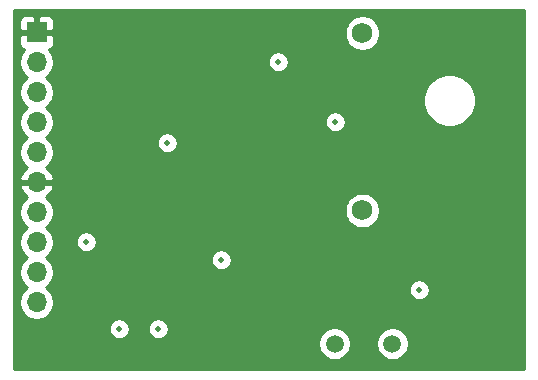
<source format=gbr>
G04 #@! TF.GenerationSoftware,KiCad,Pcbnew,(5.1.7)-1*
G04 #@! TF.CreationDate,2020-12-17T15:43:41-06:00*
G04 #@! TF.ProjectId,analog_pcb,616e616c-6f67-45f7-9063-622e6b696361,2.0*
G04 #@! TF.SameCoordinates,Original*
G04 #@! TF.FileFunction,Copper,L2,Inr*
G04 #@! TF.FilePolarity,Positive*
%FSLAX46Y46*%
G04 Gerber Fmt 4.6, Leading zero omitted, Abs format (unit mm)*
G04 Created by KiCad (PCBNEW (5.1.7)-1) date 2020-12-17 15:43:41*
%MOMM*%
%LPD*%
G01*
G04 APERTURE LIST*
G04 #@! TA.AperFunction,ComponentPad*
%ADD10O,1.700000X1.700000*%
G04 #@! TD*
G04 #@! TA.AperFunction,ComponentPad*
%ADD11R,1.700000X1.700000*%
G04 #@! TD*
G04 #@! TA.AperFunction,ComponentPad*
%ADD12C,1.750000*%
G04 #@! TD*
G04 #@! TA.AperFunction,ComponentPad*
%ADD13C,1.500000*%
G04 #@! TD*
G04 #@! TA.AperFunction,ViaPad*
%ADD14C,0.508000*%
G04 #@! TD*
G04 #@! TA.AperFunction,Conductor*
%ADD15C,0.254000*%
G04 #@! TD*
G04 #@! TA.AperFunction,Conductor*
%ADD16C,0.100000*%
G04 #@! TD*
G04 APERTURE END LIST*
D10*
X116940000Y-89700000D03*
X116940000Y-87160000D03*
X116940000Y-84620000D03*
X116940000Y-82080000D03*
X116940000Y-79540000D03*
X116940000Y-77000000D03*
X116940000Y-74460000D03*
X116940000Y-71920000D03*
X116940000Y-69380000D03*
D11*
X116940000Y-66840000D03*
D12*
X144526000Y-81922000D03*
X144526000Y-66922000D03*
D13*
X147066000Y-93218000D03*
X142186000Y-93218000D03*
D14*
X120904000Y-86360000D03*
X120650000Y-88900000D03*
X130302000Y-89154000D03*
X131572000Y-73660000D03*
X124968000Y-68834000D03*
X120904000Y-73406000D03*
X125984000Y-76200000D03*
X150876000Y-88646000D03*
X139700000Y-69342000D03*
X152908000Y-93980000D03*
X136398000Y-93980000D03*
X144018000Y-89154000D03*
X137414000Y-69342000D03*
X127254000Y-91948000D03*
X149352000Y-88646000D03*
X128016000Y-76200000D03*
X132588000Y-86106000D03*
X123952000Y-91948000D03*
X142240000Y-74422000D03*
X121158000Y-84582000D03*
D15*
X158190000Y-95390000D02*
X115060000Y-95390000D01*
X115060000Y-93081589D01*
X140801000Y-93081589D01*
X140801000Y-93354411D01*
X140854225Y-93621989D01*
X140958629Y-93874043D01*
X141110201Y-94100886D01*
X141303114Y-94293799D01*
X141529957Y-94445371D01*
X141782011Y-94549775D01*
X142049589Y-94603000D01*
X142322411Y-94603000D01*
X142589989Y-94549775D01*
X142842043Y-94445371D01*
X143068886Y-94293799D01*
X143261799Y-94100886D01*
X143413371Y-93874043D01*
X143517775Y-93621989D01*
X143571000Y-93354411D01*
X143571000Y-93081589D01*
X145681000Y-93081589D01*
X145681000Y-93354411D01*
X145734225Y-93621989D01*
X145838629Y-93874043D01*
X145990201Y-94100886D01*
X146183114Y-94293799D01*
X146409957Y-94445371D01*
X146662011Y-94549775D01*
X146929589Y-94603000D01*
X147202411Y-94603000D01*
X147469989Y-94549775D01*
X147722043Y-94445371D01*
X147948886Y-94293799D01*
X148141799Y-94100886D01*
X148293371Y-93874043D01*
X148397775Y-93621989D01*
X148451000Y-93354411D01*
X148451000Y-93081589D01*
X148397775Y-92814011D01*
X148293371Y-92561957D01*
X148141799Y-92335114D01*
X147948886Y-92142201D01*
X147722043Y-91990629D01*
X147469989Y-91886225D01*
X147202411Y-91833000D01*
X146929589Y-91833000D01*
X146662011Y-91886225D01*
X146409957Y-91990629D01*
X146183114Y-92142201D01*
X145990201Y-92335114D01*
X145838629Y-92561957D01*
X145734225Y-92814011D01*
X145681000Y-93081589D01*
X143571000Y-93081589D01*
X143517775Y-92814011D01*
X143413371Y-92561957D01*
X143261799Y-92335114D01*
X143068886Y-92142201D01*
X142842043Y-91990629D01*
X142589989Y-91886225D01*
X142322411Y-91833000D01*
X142049589Y-91833000D01*
X141782011Y-91886225D01*
X141529957Y-91990629D01*
X141303114Y-92142201D01*
X141110201Y-92335114D01*
X140958629Y-92561957D01*
X140854225Y-92814011D01*
X140801000Y-93081589D01*
X115060000Y-93081589D01*
X115060000Y-91860441D01*
X123063000Y-91860441D01*
X123063000Y-92035559D01*
X123097164Y-92207312D01*
X123164179Y-92369099D01*
X123261469Y-92514704D01*
X123385296Y-92638531D01*
X123530901Y-92735821D01*
X123692688Y-92802836D01*
X123864441Y-92837000D01*
X124039559Y-92837000D01*
X124211312Y-92802836D01*
X124373099Y-92735821D01*
X124518704Y-92638531D01*
X124642531Y-92514704D01*
X124739821Y-92369099D01*
X124806836Y-92207312D01*
X124841000Y-92035559D01*
X124841000Y-91860441D01*
X126365000Y-91860441D01*
X126365000Y-92035559D01*
X126399164Y-92207312D01*
X126466179Y-92369099D01*
X126563469Y-92514704D01*
X126687296Y-92638531D01*
X126832901Y-92735821D01*
X126994688Y-92802836D01*
X127166441Y-92837000D01*
X127341559Y-92837000D01*
X127513312Y-92802836D01*
X127675099Y-92735821D01*
X127820704Y-92638531D01*
X127944531Y-92514704D01*
X128041821Y-92369099D01*
X128108836Y-92207312D01*
X128143000Y-92035559D01*
X128143000Y-91860441D01*
X128108836Y-91688688D01*
X128041821Y-91526901D01*
X127944531Y-91381296D01*
X127820704Y-91257469D01*
X127675099Y-91160179D01*
X127513312Y-91093164D01*
X127341559Y-91059000D01*
X127166441Y-91059000D01*
X126994688Y-91093164D01*
X126832901Y-91160179D01*
X126687296Y-91257469D01*
X126563469Y-91381296D01*
X126466179Y-91526901D01*
X126399164Y-91688688D01*
X126365000Y-91860441D01*
X124841000Y-91860441D01*
X124806836Y-91688688D01*
X124739821Y-91526901D01*
X124642531Y-91381296D01*
X124518704Y-91257469D01*
X124373099Y-91160179D01*
X124211312Y-91093164D01*
X124039559Y-91059000D01*
X123864441Y-91059000D01*
X123692688Y-91093164D01*
X123530901Y-91160179D01*
X123385296Y-91257469D01*
X123261469Y-91381296D01*
X123164179Y-91526901D01*
X123097164Y-91688688D01*
X123063000Y-91860441D01*
X115060000Y-91860441D01*
X115060000Y-81933740D01*
X115455000Y-81933740D01*
X115455000Y-82226260D01*
X115512068Y-82513158D01*
X115624010Y-82783411D01*
X115786525Y-83026632D01*
X115993368Y-83233475D01*
X116167760Y-83350000D01*
X115993368Y-83466525D01*
X115786525Y-83673368D01*
X115624010Y-83916589D01*
X115512068Y-84186842D01*
X115455000Y-84473740D01*
X115455000Y-84766260D01*
X115512068Y-85053158D01*
X115624010Y-85323411D01*
X115786525Y-85566632D01*
X115993368Y-85773475D01*
X116167760Y-85890000D01*
X115993368Y-86006525D01*
X115786525Y-86213368D01*
X115624010Y-86456589D01*
X115512068Y-86726842D01*
X115455000Y-87013740D01*
X115455000Y-87306260D01*
X115512068Y-87593158D01*
X115624010Y-87863411D01*
X115786525Y-88106632D01*
X115993368Y-88313475D01*
X116167760Y-88430000D01*
X115993368Y-88546525D01*
X115786525Y-88753368D01*
X115624010Y-88996589D01*
X115512068Y-89266842D01*
X115455000Y-89553740D01*
X115455000Y-89846260D01*
X115512068Y-90133158D01*
X115624010Y-90403411D01*
X115786525Y-90646632D01*
X115993368Y-90853475D01*
X116236589Y-91015990D01*
X116506842Y-91127932D01*
X116793740Y-91185000D01*
X117086260Y-91185000D01*
X117373158Y-91127932D01*
X117643411Y-91015990D01*
X117886632Y-90853475D01*
X118093475Y-90646632D01*
X118255990Y-90403411D01*
X118367932Y-90133158D01*
X118425000Y-89846260D01*
X118425000Y-89553740D01*
X118367932Y-89266842D01*
X118255990Y-88996589D01*
X118093475Y-88753368D01*
X117898548Y-88558441D01*
X148463000Y-88558441D01*
X148463000Y-88733559D01*
X148497164Y-88905312D01*
X148564179Y-89067099D01*
X148661469Y-89212704D01*
X148785296Y-89336531D01*
X148930901Y-89433821D01*
X149092688Y-89500836D01*
X149264441Y-89535000D01*
X149439559Y-89535000D01*
X149611312Y-89500836D01*
X149773099Y-89433821D01*
X149918704Y-89336531D01*
X150042531Y-89212704D01*
X150139821Y-89067099D01*
X150206836Y-88905312D01*
X150241000Y-88733559D01*
X150241000Y-88558441D01*
X150206836Y-88386688D01*
X150139821Y-88224901D01*
X150042531Y-88079296D01*
X149918704Y-87955469D01*
X149773099Y-87858179D01*
X149611312Y-87791164D01*
X149439559Y-87757000D01*
X149264441Y-87757000D01*
X149092688Y-87791164D01*
X148930901Y-87858179D01*
X148785296Y-87955469D01*
X148661469Y-88079296D01*
X148564179Y-88224901D01*
X148497164Y-88386688D01*
X148463000Y-88558441D01*
X117898548Y-88558441D01*
X117886632Y-88546525D01*
X117712240Y-88430000D01*
X117886632Y-88313475D01*
X118093475Y-88106632D01*
X118255990Y-87863411D01*
X118367932Y-87593158D01*
X118425000Y-87306260D01*
X118425000Y-87013740D01*
X118367932Y-86726842D01*
X118255990Y-86456589D01*
X118093475Y-86213368D01*
X117898548Y-86018441D01*
X131699000Y-86018441D01*
X131699000Y-86193559D01*
X131733164Y-86365312D01*
X131800179Y-86527099D01*
X131897469Y-86672704D01*
X132021296Y-86796531D01*
X132166901Y-86893821D01*
X132328688Y-86960836D01*
X132500441Y-86995000D01*
X132675559Y-86995000D01*
X132847312Y-86960836D01*
X133009099Y-86893821D01*
X133154704Y-86796531D01*
X133278531Y-86672704D01*
X133375821Y-86527099D01*
X133442836Y-86365312D01*
X133477000Y-86193559D01*
X133477000Y-86018441D01*
X133442836Y-85846688D01*
X133375821Y-85684901D01*
X133278531Y-85539296D01*
X133154704Y-85415469D01*
X133009099Y-85318179D01*
X132847312Y-85251164D01*
X132675559Y-85217000D01*
X132500441Y-85217000D01*
X132328688Y-85251164D01*
X132166901Y-85318179D01*
X132021296Y-85415469D01*
X131897469Y-85539296D01*
X131800179Y-85684901D01*
X131733164Y-85846688D01*
X131699000Y-86018441D01*
X117898548Y-86018441D01*
X117886632Y-86006525D01*
X117712240Y-85890000D01*
X117886632Y-85773475D01*
X118093475Y-85566632D01*
X118255990Y-85323411D01*
X118367932Y-85053158D01*
X118425000Y-84766260D01*
X118425000Y-84494441D01*
X120269000Y-84494441D01*
X120269000Y-84669559D01*
X120303164Y-84841312D01*
X120370179Y-85003099D01*
X120467469Y-85148704D01*
X120591296Y-85272531D01*
X120736901Y-85369821D01*
X120898688Y-85436836D01*
X121070441Y-85471000D01*
X121245559Y-85471000D01*
X121417312Y-85436836D01*
X121579099Y-85369821D01*
X121724704Y-85272531D01*
X121848531Y-85148704D01*
X121945821Y-85003099D01*
X122012836Y-84841312D01*
X122047000Y-84669559D01*
X122047000Y-84494441D01*
X122012836Y-84322688D01*
X121945821Y-84160901D01*
X121848531Y-84015296D01*
X121724704Y-83891469D01*
X121579099Y-83794179D01*
X121417312Y-83727164D01*
X121245559Y-83693000D01*
X121070441Y-83693000D01*
X120898688Y-83727164D01*
X120736901Y-83794179D01*
X120591296Y-83891469D01*
X120467469Y-84015296D01*
X120370179Y-84160901D01*
X120303164Y-84322688D01*
X120269000Y-84494441D01*
X118425000Y-84494441D01*
X118425000Y-84473740D01*
X118367932Y-84186842D01*
X118255990Y-83916589D01*
X118093475Y-83673368D01*
X117886632Y-83466525D01*
X117712240Y-83350000D01*
X117886632Y-83233475D01*
X118093475Y-83026632D01*
X118255990Y-82783411D01*
X118367932Y-82513158D01*
X118425000Y-82226260D01*
X118425000Y-81933740D01*
X118393082Y-81773278D01*
X143016000Y-81773278D01*
X143016000Y-82070722D01*
X143074029Y-82362451D01*
X143187856Y-82637253D01*
X143353107Y-82884569D01*
X143563431Y-83094893D01*
X143810747Y-83260144D01*
X144085549Y-83373971D01*
X144377278Y-83432000D01*
X144674722Y-83432000D01*
X144966451Y-83373971D01*
X145241253Y-83260144D01*
X145488569Y-83094893D01*
X145698893Y-82884569D01*
X145864144Y-82637253D01*
X145977971Y-82362451D01*
X146036000Y-82070722D01*
X146036000Y-81773278D01*
X145977971Y-81481549D01*
X145864144Y-81206747D01*
X145698893Y-80959431D01*
X145488569Y-80749107D01*
X145241253Y-80583856D01*
X144966451Y-80470029D01*
X144674722Y-80412000D01*
X144377278Y-80412000D01*
X144085549Y-80470029D01*
X143810747Y-80583856D01*
X143563431Y-80749107D01*
X143353107Y-80959431D01*
X143187856Y-81206747D01*
X143074029Y-81481549D01*
X143016000Y-81773278D01*
X118393082Y-81773278D01*
X118367932Y-81646842D01*
X118255990Y-81376589D01*
X118093475Y-81133368D01*
X117886632Y-80926525D01*
X117704466Y-80804805D01*
X117821355Y-80735178D01*
X118037588Y-80540269D01*
X118211641Y-80306920D01*
X118336825Y-80044099D01*
X118381476Y-79896890D01*
X118260155Y-79667000D01*
X117067000Y-79667000D01*
X117067000Y-79687000D01*
X116813000Y-79687000D01*
X116813000Y-79667000D01*
X115619845Y-79667000D01*
X115498524Y-79896890D01*
X115543175Y-80044099D01*
X115668359Y-80306920D01*
X115842412Y-80540269D01*
X116058645Y-80735178D01*
X116175534Y-80804805D01*
X115993368Y-80926525D01*
X115786525Y-81133368D01*
X115624010Y-81376589D01*
X115512068Y-81646842D01*
X115455000Y-81933740D01*
X115060000Y-81933740D01*
X115060000Y-67690000D01*
X115451928Y-67690000D01*
X115464188Y-67814482D01*
X115500498Y-67934180D01*
X115559463Y-68044494D01*
X115638815Y-68141185D01*
X115735506Y-68220537D01*
X115845820Y-68279502D01*
X115918380Y-68301513D01*
X115786525Y-68433368D01*
X115624010Y-68676589D01*
X115512068Y-68946842D01*
X115455000Y-69233740D01*
X115455000Y-69526260D01*
X115512068Y-69813158D01*
X115624010Y-70083411D01*
X115786525Y-70326632D01*
X115993368Y-70533475D01*
X116167760Y-70650000D01*
X115993368Y-70766525D01*
X115786525Y-70973368D01*
X115624010Y-71216589D01*
X115512068Y-71486842D01*
X115455000Y-71773740D01*
X115455000Y-72066260D01*
X115512068Y-72353158D01*
X115624010Y-72623411D01*
X115786525Y-72866632D01*
X115993368Y-73073475D01*
X116167760Y-73190000D01*
X115993368Y-73306525D01*
X115786525Y-73513368D01*
X115624010Y-73756589D01*
X115512068Y-74026842D01*
X115455000Y-74313740D01*
X115455000Y-74606260D01*
X115512068Y-74893158D01*
X115624010Y-75163411D01*
X115786525Y-75406632D01*
X115993368Y-75613475D01*
X116167760Y-75730000D01*
X115993368Y-75846525D01*
X115786525Y-76053368D01*
X115624010Y-76296589D01*
X115512068Y-76566842D01*
X115455000Y-76853740D01*
X115455000Y-77146260D01*
X115512068Y-77433158D01*
X115624010Y-77703411D01*
X115786525Y-77946632D01*
X115993368Y-78153475D01*
X116175534Y-78275195D01*
X116058645Y-78344822D01*
X115842412Y-78539731D01*
X115668359Y-78773080D01*
X115543175Y-79035901D01*
X115498524Y-79183110D01*
X115619845Y-79413000D01*
X116813000Y-79413000D01*
X116813000Y-79393000D01*
X117067000Y-79393000D01*
X117067000Y-79413000D01*
X118260155Y-79413000D01*
X118381476Y-79183110D01*
X118336825Y-79035901D01*
X118211641Y-78773080D01*
X118037588Y-78539731D01*
X117821355Y-78344822D01*
X117704466Y-78275195D01*
X117886632Y-78153475D01*
X118093475Y-77946632D01*
X118255990Y-77703411D01*
X118367932Y-77433158D01*
X118425000Y-77146260D01*
X118425000Y-76853740D01*
X118367932Y-76566842D01*
X118255990Y-76296589D01*
X118132947Y-76112441D01*
X127127000Y-76112441D01*
X127127000Y-76287559D01*
X127161164Y-76459312D01*
X127228179Y-76621099D01*
X127325469Y-76766704D01*
X127449296Y-76890531D01*
X127594901Y-76987821D01*
X127756688Y-77054836D01*
X127928441Y-77089000D01*
X128103559Y-77089000D01*
X128275312Y-77054836D01*
X128437099Y-76987821D01*
X128582704Y-76890531D01*
X128706531Y-76766704D01*
X128803821Y-76621099D01*
X128870836Y-76459312D01*
X128905000Y-76287559D01*
X128905000Y-76112441D01*
X128870836Y-75940688D01*
X128803821Y-75778901D01*
X128706531Y-75633296D01*
X128582704Y-75509469D01*
X128437099Y-75412179D01*
X128275312Y-75345164D01*
X128103559Y-75311000D01*
X127928441Y-75311000D01*
X127756688Y-75345164D01*
X127594901Y-75412179D01*
X127449296Y-75509469D01*
X127325469Y-75633296D01*
X127228179Y-75778901D01*
X127161164Y-75940688D01*
X127127000Y-76112441D01*
X118132947Y-76112441D01*
X118093475Y-76053368D01*
X117886632Y-75846525D01*
X117712240Y-75730000D01*
X117886632Y-75613475D01*
X118093475Y-75406632D01*
X118255990Y-75163411D01*
X118367932Y-74893158D01*
X118425000Y-74606260D01*
X118425000Y-74334441D01*
X141351000Y-74334441D01*
X141351000Y-74509559D01*
X141385164Y-74681312D01*
X141452179Y-74843099D01*
X141549469Y-74988704D01*
X141673296Y-75112531D01*
X141818901Y-75209821D01*
X141980688Y-75276836D01*
X142152441Y-75311000D01*
X142327559Y-75311000D01*
X142499312Y-75276836D01*
X142661099Y-75209821D01*
X142806704Y-75112531D01*
X142930531Y-74988704D01*
X143027821Y-74843099D01*
X143094836Y-74681312D01*
X143129000Y-74509559D01*
X143129000Y-74334441D01*
X143094836Y-74162688D01*
X143027821Y-74000901D01*
X142930531Y-73855296D01*
X142806704Y-73731469D01*
X142661099Y-73634179D01*
X142499312Y-73567164D01*
X142327559Y-73533000D01*
X142152441Y-73533000D01*
X141980688Y-73567164D01*
X141818901Y-73634179D01*
X141673296Y-73731469D01*
X141549469Y-73855296D01*
X141452179Y-74000901D01*
X141385164Y-74162688D01*
X141351000Y-74334441D01*
X118425000Y-74334441D01*
X118425000Y-74313740D01*
X118367932Y-74026842D01*
X118255990Y-73756589D01*
X118093475Y-73513368D01*
X117886632Y-73306525D01*
X117712240Y-73190000D01*
X117886632Y-73073475D01*
X118093475Y-72866632D01*
X118255990Y-72623411D01*
X118356866Y-72379872D01*
X149665000Y-72379872D01*
X149665000Y-72820128D01*
X149750890Y-73251925D01*
X149919369Y-73658669D01*
X150163962Y-74024729D01*
X150475271Y-74336038D01*
X150841331Y-74580631D01*
X151248075Y-74749110D01*
X151679872Y-74835000D01*
X152120128Y-74835000D01*
X152551925Y-74749110D01*
X152958669Y-74580631D01*
X153324729Y-74336038D01*
X153636038Y-74024729D01*
X153880631Y-73658669D01*
X154049110Y-73251925D01*
X154135000Y-72820128D01*
X154135000Y-72379872D01*
X154049110Y-71948075D01*
X153880631Y-71541331D01*
X153636038Y-71175271D01*
X153324729Y-70863962D01*
X152958669Y-70619369D01*
X152551925Y-70450890D01*
X152120128Y-70365000D01*
X151679872Y-70365000D01*
X151248075Y-70450890D01*
X150841331Y-70619369D01*
X150475271Y-70863962D01*
X150163962Y-71175271D01*
X149919369Y-71541331D01*
X149750890Y-71948075D01*
X149665000Y-72379872D01*
X118356866Y-72379872D01*
X118367932Y-72353158D01*
X118425000Y-72066260D01*
X118425000Y-71773740D01*
X118367932Y-71486842D01*
X118255990Y-71216589D01*
X118093475Y-70973368D01*
X117886632Y-70766525D01*
X117712240Y-70650000D01*
X117886632Y-70533475D01*
X118093475Y-70326632D01*
X118255990Y-70083411D01*
X118367932Y-69813158D01*
X118425000Y-69526260D01*
X118425000Y-69254441D01*
X136525000Y-69254441D01*
X136525000Y-69429559D01*
X136559164Y-69601312D01*
X136626179Y-69763099D01*
X136723469Y-69908704D01*
X136847296Y-70032531D01*
X136992901Y-70129821D01*
X137154688Y-70196836D01*
X137326441Y-70231000D01*
X137501559Y-70231000D01*
X137673312Y-70196836D01*
X137835099Y-70129821D01*
X137980704Y-70032531D01*
X138104531Y-69908704D01*
X138201821Y-69763099D01*
X138268836Y-69601312D01*
X138303000Y-69429559D01*
X138303000Y-69254441D01*
X138268836Y-69082688D01*
X138201821Y-68920901D01*
X138104531Y-68775296D01*
X137980704Y-68651469D01*
X137835099Y-68554179D01*
X137673312Y-68487164D01*
X137501559Y-68453000D01*
X137326441Y-68453000D01*
X137154688Y-68487164D01*
X136992901Y-68554179D01*
X136847296Y-68651469D01*
X136723469Y-68775296D01*
X136626179Y-68920901D01*
X136559164Y-69082688D01*
X136525000Y-69254441D01*
X118425000Y-69254441D01*
X118425000Y-69233740D01*
X118367932Y-68946842D01*
X118255990Y-68676589D01*
X118093475Y-68433368D01*
X117961620Y-68301513D01*
X118034180Y-68279502D01*
X118144494Y-68220537D01*
X118241185Y-68141185D01*
X118320537Y-68044494D01*
X118379502Y-67934180D01*
X118415812Y-67814482D01*
X118428072Y-67690000D01*
X118425000Y-67125750D01*
X118266250Y-66967000D01*
X117067000Y-66967000D01*
X117067000Y-66987000D01*
X116813000Y-66987000D01*
X116813000Y-66967000D01*
X115613750Y-66967000D01*
X115455000Y-67125750D01*
X115451928Y-67690000D01*
X115060000Y-67690000D01*
X115060000Y-66773278D01*
X143016000Y-66773278D01*
X143016000Y-67070722D01*
X143074029Y-67362451D01*
X143187856Y-67637253D01*
X143353107Y-67884569D01*
X143563431Y-68094893D01*
X143810747Y-68260144D01*
X144085549Y-68373971D01*
X144377278Y-68432000D01*
X144674722Y-68432000D01*
X144966451Y-68373971D01*
X145241253Y-68260144D01*
X145488569Y-68094893D01*
X145698893Y-67884569D01*
X145864144Y-67637253D01*
X145977971Y-67362451D01*
X146036000Y-67070722D01*
X146036000Y-66773278D01*
X145977971Y-66481549D01*
X145864144Y-66206747D01*
X145698893Y-65959431D01*
X145488569Y-65749107D01*
X145241253Y-65583856D01*
X144966451Y-65470029D01*
X144674722Y-65412000D01*
X144377278Y-65412000D01*
X144085549Y-65470029D01*
X143810747Y-65583856D01*
X143563431Y-65749107D01*
X143353107Y-65959431D01*
X143187856Y-66206747D01*
X143074029Y-66481549D01*
X143016000Y-66773278D01*
X115060000Y-66773278D01*
X115060000Y-65990000D01*
X115451928Y-65990000D01*
X115455000Y-66554250D01*
X115613750Y-66713000D01*
X116813000Y-66713000D01*
X116813000Y-65513750D01*
X117067000Y-65513750D01*
X117067000Y-66713000D01*
X118266250Y-66713000D01*
X118425000Y-66554250D01*
X118428072Y-65990000D01*
X118415812Y-65865518D01*
X118379502Y-65745820D01*
X118320537Y-65635506D01*
X118241185Y-65538815D01*
X118144494Y-65459463D01*
X118034180Y-65400498D01*
X117914482Y-65364188D01*
X117790000Y-65351928D01*
X117225750Y-65355000D01*
X117067000Y-65513750D01*
X116813000Y-65513750D01*
X116654250Y-65355000D01*
X116090000Y-65351928D01*
X115965518Y-65364188D01*
X115845820Y-65400498D01*
X115735506Y-65459463D01*
X115638815Y-65538815D01*
X115559463Y-65635506D01*
X115500498Y-65745820D01*
X115464188Y-65865518D01*
X115451928Y-65990000D01*
X115060000Y-65990000D01*
X115060000Y-64960000D01*
X158190001Y-64960000D01*
X158190000Y-95390000D01*
G04 #@! TA.AperFunction,Conductor*
D16*
G36*
X158190000Y-95390000D02*
G01*
X115060000Y-95390000D01*
X115060000Y-93081589D01*
X140801000Y-93081589D01*
X140801000Y-93354411D01*
X140854225Y-93621989D01*
X140958629Y-93874043D01*
X141110201Y-94100886D01*
X141303114Y-94293799D01*
X141529957Y-94445371D01*
X141782011Y-94549775D01*
X142049589Y-94603000D01*
X142322411Y-94603000D01*
X142589989Y-94549775D01*
X142842043Y-94445371D01*
X143068886Y-94293799D01*
X143261799Y-94100886D01*
X143413371Y-93874043D01*
X143517775Y-93621989D01*
X143571000Y-93354411D01*
X143571000Y-93081589D01*
X145681000Y-93081589D01*
X145681000Y-93354411D01*
X145734225Y-93621989D01*
X145838629Y-93874043D01*
X145990201Y-94100886D01*
X146183114Y-94293799D01*
X146409957Y-94445371D01*
X146662011Y-94549775D01*
X146929589Y-94603000D01*
X147202411Y-94603000D01*
X147469989Y-94549775D01*
X147722043Y-94445371D01*
X147948886Y-94293799D01*
X148141799Y-94100886D01*
X148293371Y-93874043D01*
X148397775Y-93621989D01*
X148451000Y-93354411D01*
X148451000Y-93081589D01*
X148397775Y-92814011D01*
X148293371Y-92561957D01*
X148141799Y-92335114D01*
X147948886Y-92142201D01*
X147722043Y-91990629D01*
X147469989Y-91886225D01*
X147202411Y-91833000D01*
X146929589Y-91833000D01*
X146662011Y-91886225D01*
X146409957Y-91990629D01*
X146183114Y-92142201D01*
X145990201Y-92335114D01*
X145838629Y-92561957D01*
X145734225Y-92814011D01*
X145681000Y-93081589D01*
X143571000Y-93081589D01*
X143517775Y-92814011D01*
X143413371Y-92561957D01*
X143261799Y-92335114D01*
X143068886Y-92142201D01*
X142842043Y-91990629D01*
X142589989Y-91886225D01*
X142322411Y-91833000D01*
X142049589Y-91833000D01*
X141782011Y-91886225D01*
X141529957Y-91990629D01*
X141303114Y-92142201D01*
X141110201Y-92335114D01*
X140958629Y-92561957D01*
X140854225Y-92814011D01*
X140801000Y-93081589D01*
X115060000Y-93081589D01*
X115060000Y-91860441D01*
X123063000Y-91860441D01*
X123063000Y-92035559D01*
X123097164Y-92207312D01*
X123164179Y-92369099D01*
X123261469Y-92514704D01*
X123385296Y-92638531D01*
X123530901Y-92735821D01*
X123692688Y-92802836D01*
X123864441Y-92837000D01*
X124039559Y-92837000D01*
X124211312Y-92802836D01*
X124373099Y-92735821D01*
X124518704Y-92638531D01*
X124642531Y-92514704D01*
X124739821Y-92369099D01*
X124806836Y-92207312D01*
X124841000Y-92035559D01*
X124841000Y-91860441D01*
X126365000Y-91860441D01*
X126365000Y-92035559D01*
X126399164Y-92207312D01*
X126466179Y-92369099D01*
X126563469Y-92514704D01*
X126687296Y-92638531D01*
X126832901Y-92735821D01*
X126994688Y-92802836D01*
X127166441Y-92837000D01*
X127341559Y-92837000D01*
X127513312Y-92802836D01*
X127675099Y-92735821D01*
X127820704Y-92638531D01*
X127944531Y-92514704D01*
X128041821Y-92369099D01*
X128108836Y-92207312D01*
X128143000Y-92035559D01*
X128143000Y-91860441D01*
X128108836Y-91688688D01*
X128041821Y-91526901D01*
X127944531Y-91381296D01*
X127820704Y-91257469D01*
X127675099Y-91160179D01*
X127513312Y-91093164D01*
X127341559Y-91059000D01*
X127166441Y-91059000D01*
X126994688Y-91093164D01*
X126832901Y-91160179D01*
X126687296Y-91257469D01*
X126563469Y-91381296D01*
X126466179Y-91526901D01*
X126399164Y-91688688D01*
X126365000Y-91860441D01*
X124841000Y-91860441D01*
X124806836Y-91688688D01*
X124739821Y-91526901D01*
X124642531Y-91381296D01*
X124518704Y-91257469D01*
X124373099Y-91160179D01*
X124211312Y-91093164D01*
X124039559Y-91059000D01*
X123864441Y-91059000D01*
X123692688Y-91093164D01*
X123530901Y-91160179D01*
X123385296Y-91257469D01*
X123261469Y-91381296D01*
X123164179Y-91526901D01*
X123097164Y-91688688D01*
X123063000Y-91860441D01*
X115060000Y-91860441D01*
X115060000Y-81933740D01*
X115455000Y-81933740D01*
X115455000Y-82226260D01*
X115512068Y-82513158D01*
X115624010Y-82783411D01*
X115786525Y-83026632D01*
X115993368Y-83233475D01*
X116167760Y-83350000D01*
X115993368Y-83466525D01*
X115786525Y-83673368D01*
X115624010Y-83916589D01*
X115512068Y-84186842D01*
X115455000Y-84473740D01*
X115455000Y-84766260D01*
X115512068Y-85053158D01*
X115624010Y-85323411D01*
X115786525Y-85566632D01*
X115993368Y-85773475D01*
X116167760Y-85890000D01*
X115993368Y-86006525D01*
X115786525Y-86213368D01*
X115624010Y-86456589D01*
X115512068Y-86726842D01*
X115455000Y-87013740D01*
X115455000Y-87306260D01*
X115512068Y-87593158D01*
X115624010Y-87863411D01*
X115786525Y-88106632D01*
X115993368Y-88313475D01*
X116167760Y-88430000D01*
X115993368Y-88546525D01*
X115786525Y-88753368D01*
X115624010Y-88996589D01*
X115512068Y-89266842D01*
X115455000Y-89553740D01*
X115455000Y-89846260D01*
X115512068Y-90133158D01*
X115624010Y-90403411D01*
X115786525Y-90646632D01*
X115993368Y-90853475D01*
X116236589Y-91015990D01*
X116506842Y-91127932D01*
X116793740Y-91185000D01*
X117086260Y-91185000D01*
X117373158Y-91127932D01*
X117643411Y-91015990D01*
X117886632Y-90853475D01*
X118093475Y-90646632D01*
X118255990Y-90403411D01*
X118367932Y-90133158D01*
X118425000Y-89846260D01*
X118425000Y-89553740D01*
X118367932Y-89266842D01*
X118255990Y-88996589D01*
X118093475Y-88753368D01*
X117898548Y-88558441D01*
X148463000Y-88558441D01*
X148463000Y-88733559D01*
X148497164Y-88905312D01*
X148564179Y-89067099D01*
X148661469Y-89212704D01*
X148785296Y-89336531D01*
X148930901Y-89433821D01*
X149092688Y-89500836D01*
X149264441Y-89535000D01*
X149439559Y-89535000D01*
X149611312Y-89500836D01*
X149773099Y-89433821D01*
X149918704Y-89336531D01*
X150042531Y-89212704D01*
X150139821Y-89067099D01*
X150206836Y-88905312D01*
X150241000Y-88733559D01*
X150241000Y-88558441D01*
X150206836Y-88386688D01*
X150139821Y-88224901D01*
X150042531Y-88079296D01*
X149918704Y-87955469D01*
X149773099Y-87858179D01*
X149611312Y-87791164D01*
X149439559Y-87757000D01*
X149264441Y-87757000D01*
X149092688Y-87791164D01*
X148930901Y-87858179D01*
X148785296Y-87955469D01*
X148661469Y-88079296D01*
X148564179Y-88224901D01*
X148497164Y-88386688D01*
X148463000Y-88558441D01*
X117898548Y-88558441D01*
X117886632Y-88546525D01*
X117712240Y-88430000D01*
X117886632Y-88313475D01*
X118093475Y-88106632D01*
X118255990Y-87863411D01*
X118367932Y-87593158D01*
X118425000Y-87306260D01*
X118425000Y-87013740D01*
X118367932Y-86726842D01*
X118255990Y-86456589D01*
X118093475Y-86213368D01*
X117898548Y-86018441D01*
X131699000Y-86018441D01*
X131699000Y-86193559D01*
X131733164Y-86365312D01*
X131800179Y-86527099D01*
X131897469Y-86672704D01*
X132021296Y-86796531D01*
X132166901Y-86893821D01*
X132328688Y-86960836D01*
X132500441Y-86995000D01*
X132675559Y-86995000D01*
X132847312Y-86960836D01*
X133009099Y-86893821D01*
X133154704Y-86796531D01*
X133278531Y-86672704D01*
X133375821Y-86527099D01*
X133442836Y-86365312D01*
X133477000Y-86193559D01*
X133477000Y-86018441D01*
X133442836Y-85846688D01*
X133375821Y-85684901D01*
X133278531Y-85539296D01*
X133154704Y-85415469D01*
X133009099Y-85318179D01*
X132847312Y-85251164D01*
X132675559Y-85217000D01*
X132500441Y-85217000D01*
X132328688Y-85251164D01*
X132166901Y-85318179D01*
X132021296Y-85415469D01*
X131897469Y-85539296D01*
X131800179Y-85684901D01*
X131733164Y-85846688D01*
X131699000Y-86018441D01*
X117898548Y-86018441D01*
X117886632Y-86006525D01*
X117712240Y-85890000D01*
X117886632Y-85773475D01*
X118093475Y-85566632D01*
X118255990Y-85323411D01*
X118367932Y-85053158D01*
X118425000Y-84766260D01*
X118425000Y-84494441D01*
X120269000Y-84494441D01*
X120269000Y-84669559D01*
X120303164Y-84841312D01*
X120370179Y-85003099D01*
X120467469Y-85148704D01*
X120591296Y-85272531D01*
X120736901Y-85369821D01*
X120898688Y-85436836D01*
X121070441Y-85471000D01*
X121245559Y-85471000D01*
X121417312Y-85436836D01*
X121579099Y-85369821D01*
X121724704Y-85272531D01*
X121848531Y-85148704D01*
X121945821Y-85003099D01*
X122012836Y-84841312D01*
X122047000Y-84669559D01*
X122047000Y-84494441D01*
X122012836Y-84322688D01*
X121945821Y-84160901D01*
X121848531Y-84015296D01*
X121724704Y-83891469D01*
X121579099Y-83794179D01*
X121417312Y-83727164D01*
X121245559Y-83693000D01*
X121070441Y-83693000D01*
X120898688Y-83727164D01*
X120736901Y-83794179D01*
X120591296Y-83891469D01*
X120467469Y-84015296D01*
X120370179Y-84160901D01*
X120303164Y-84322688D01*
X120269000Y-84494441D01*
X118425000Y-84494441D01*
X118425000Y-84473740D01*
X118367932Y-84186842D01*
X118255990Y-83916589D01*
X118093475Y-83673368D01*
X117886632Y-83466525D01*
X117712240Y-83350000D01*
X117886632Y-83233475D01*
X118093475Y-83026632D01*
X118255990Y-82783411D01*
X118367932Y-82513158D01*
X118425000Y-82226260D01*
X118425000Y-81933740D01*
X118393082Y-81773278D01*
X143016000Y-81773278D01*
X143016000Y-82070722D01*
X143074029Y-82362451D01*
X143187856Y-82637253D01*
X143353107Y-82884569D01*
X143563431Y-83094893D01*
X143810747Y-83260144D01*
X144085549Y-83373971D01*
X144377278Y-83432000D01*
X144674722Y-83432000D01*
X144966451Y-83373971D01*
X145241253Y-83260144D01*
X145488569Y-83094893D01*
X145698893Y-82884569D01*
X145864144Y-82637253D01*
X145977971Y-82362451D01*
X146036000Y-82070722D01*
X146036000Y-81773278D01*
X145977971Y-81481549D01*
X145864144Y-81206747D01*
X145698893Y-80959431D01*
X145488569Y-80749107D01*
X145241253Y-80583856D01*
X144966451Y-80470029D01*
X144674722Y-80412000D01*
X144377278Y-80412000D01*
X144085549Y-80470029D01*
X143810747Y-80583856D01*
X143563431Y-80749107D01*
X143353107Y-80959431D01*
X143187856Y-81206747D01*
X143074029Y-81481549D01*
X143016000Y-81773278D01*
X118393082Y-81773278D01*
X118367932Y-81646842D01*
X118255990Y-81376589D01*
X118093475Y-81133368D01*
X117886632Y-80926525D01*
X117704466Y-80804805D01*
X117821355Y-80735178D01*
X118037588Y-80540269D01*
X118211641Y-80306920D01*
X118336825Y-80044099D01*
X118381476Y-79896890D01*
X118260155Y-79667000D01*
X117067000Y-79667000D01*
X117067000Y-79687000D01*
X116813000Y-79687000D01*
X116813000Y-79667000D01*
X115619845Y-79667000D01*
X115498524Y-79896890D01*
X115543175Y-80044099D01*
X115668359Y-80306920D01*
X115842412Y-80540269D01*
X116058645Y-80735178D01*
X116175534Y-80804805D01*
X115993368Y-80926525D01*
X115786525Y-81133368D01*
X115624010Y-81376589D01*
X115512068Y-81646842D01*
X115455000Y-81933740D01*
X115060000Y-81933740D01*
X115060000Y-67690000D01*
X115451928Y-67690000D01*
X115464188Y-67814482D01*
X115500498Y-67934180D01*
X115559463Y-68044494D01*
X115638815Y-68141185D01*
X115735506Y-68220537D01*
X115845820Y-68279502D01*
X115918380Y-68301513D01*
X115786525Y-68433368D01*
X115624010Y-68676589D01*
X115512068Y-68946842D01*
X115455000Y-69233740D01*
X115455000Y-69526260D01*
X115512068Y-69813158D01*
X115624010Y-70083411D01*
X115786525Y-70326632D01*
X115993368Y-70533475D01*
X116167760Y-70650000D01*
X115993368Y-70766525D01*
X115786525Y-70973368D01*
X115624010Y-71216589D01*
X115512068Y-71486842D01*
X115455000Y-71773740D01*
X115455000Y-72066260D01*
X115512068Y-72353158D01*
X115624010Y-72623411D01*
X115786525Y-72866632D01*
X115993368Y-73073475D01*
X116167760Y-73190000D01*
X115993368Y-73306525D01*
X115786525Y-73513368D01*
X115624010Y-73756589D01*
X115512068Y-74026842D01*
X115455000Y-74313740D01*
X115455000Y-74606260D01*
X115512068Y-74893158D01*
X115624010Y-75163411D01*
X115786525Y-75406632D01*
X115993368Y-75613475D01*
X116167760Y-75730000D01*
X115993368Y-75846525D01*
X115786525Y-76053368D01*
X115624010Y-76296589D01*
X115512068Y-76566842D01*
X115455000Y-76853740D01*
X115455000Y-77146260D01*
X115512068Y-77433158D01*
X115624010Y-77703411D01*
X115786525Y-77946632D01*
X115993368Y-78153475D01*
X116175534Y-78275195D01*
X116058645Y-78344822D01*
X115842412Y-78539731D01*
X115668359Y-78773080D01*
X115543175Y-79035901D01*
X115498524Y-79183110D01*
X115619845Y-79413000D01*
X116813000Y-79413000D01*
X116813000Y-79393000D01*
X117067000Y-79393000D01*
X117067000Y-79413000D01*
X118260155Y-79413000D01*
X118381476Y-79183110D01*
X118336825Y-79035901D01*
X118211641Y-78773080D01*
X118037588Y-78539731D01*
X117821355Y-78344822D01*
X117704466Y-78275195D01*
X117886632Y-78153475D01*
X118093475Y-77946632D01*
X118255990Y-77703411D01*
X118367932Y-77433158D01*
X118425000Y-77146260D01*
X118425000Y-76853740D01*
X118367932Y-76566842D01*
X118255990Y-76296589D01*
X118132947Y-76112441D01*
X127127000Y-76112441D01*
X127127000Y-76287559D01*
X127161164Y-76459312D01*
X127228179Y-76621099D01*
X127325469Y-76766704D01*
X127449296Y-76890531D01*
X127594901Y-76987821D01*
X127756688Y-77054836D01*
X127928441Y-77089000D01*
X128103559Y-77089000D01*
X128275312Y-77054836D01*
X128437099Y-76987821D01*
X128582704Y-76890531D01*
X128706531Y-76766704D01*
X128803821Y-76621099D01*
X128870836Y-76459312D01*
X128905000Y-76287559D01*
X128905000Y-76112441D01*
X128870836Y-75940688D01*
X128803821Y-75778901D01*
X128706531Y-75633296D01*
X128582704Y-75509469D01*
X128437099Y-75412179D01*
X128275312Y-75345164D01*
X128103559Y-75311000D01*
X127928441Y-75311000D01*
X127756688Y-75345164D01*
X127594901Y-75412179D01*
X127449296Y-75509469D01*
X127325469Y-75633296D01*
X127228179Y-75778901D01*
X127161164Y-75940688D01*
X127127000Y-76112441D01*
X118132947Y-76112441D01*
X118093475Y-76053368D01*
X117886632Y-75846525D01*
X117712240Y-75730000D01*
X117886632Y-75613475D01*
X118093475Y-75406632D01*
X118255990Y-75163411D01*
X118367932Y-74893158D01*
X118425000Y-74606260D01*
X118425000Y-74334441D01*
X141351000Y-74334441D01*
X141351000Y-74509559D01*
X141385164Y-74681312D01*
X141452179Y-74843099D01*
X141549469Y-74988704D01*
X141673296Y-75112531D01*
X141818901Y-75209821D01*
X141980688Y-75276836D01*
X142152441Y-75311000D01*
X142327559Y-75311000D01*
X142499312Y-75276836D01*
X142661099Y-75209821D01*
X142806704Y-75112531D01*
X142930531Y-74988704D01*
X143027821Y-74843099D01*
X143094836Y-74681312D01*
X143129000Y-74509559D01*
X143129000Y-74334441D01*
X143094836Y-74162688D01*
X143027821Y-74000901D01*
X142930531Y-73855296D01*
X142806704Y-73731469D01*
X142661099Y-73634179D01*
X142499312Y-73567164D01*
X142327559Y-73533000D01*
X142152441Y-73533000D01*
X141980688Y-73567164D01*
X141818901Y-73634179D01*
X141673296Y-73731469D01*
X141549469Y-73855296D01*
X141452179Y-74000901D01*
X141385164Y-74162688D01*
X141351000Y-74334441D01*
X118425000Y-74334441D01*
X118425000Y-74313740D01*
X118367932Y-74026842D01*
X118255990Y-73756589D01*
X118093475Y-73513368D01*
X117886632Y-73306525D01*
X117712240Y-73190000D01*
X117886632Y-73073475D01*
X118093475Y-72866632D01*
X118255990Y-72623411D01*
X118356866Y-72379872D01*
X149665000Y-72379872D01*
X149665000Y-72820128D01*
X149750890Y-73251925D01*
X149919369Y-73658669D01*
X150163962Y-74024729D01*
X150475271Y-74336038D01*
X150841331Y-74580631D01*
X151248075Y-74749110D01*
X151679872Y-74835000D01*
X152120128Y-74835000D01*
X152551925Y-74749110D01*
X152958669Y-74580631D01*
X153324729Y-74336038D01*
X153636038Y-74024729D01*
X153880631Y-73658669D01*
X154049110Y-73251925D01*
X154135000Y-72820128D01*
X154135000Y-72379872D01*
X154049110Y-71948075D01*
X153880631Y-71541331D01*
X153636038Y-71175271D01*
X153324729Y-70863962D01*
X152958669Y-70619369D01*
X152551925Y-70450890D01*
X152120128Y-70365000D01*
X151679872Y-70365000D01*
X151248075Y-70450890D01*
X150841331Y-70619369D01*
X150475271Y-70863962D01*
X150163962Y-71175271D01*
X149919369Y-71541331D01*
X149750890Y-71948075D01*
X149665000Y-72379872D01*
X118356866Y-72379872D01*
X118367932Y-72353158D01*
X118425000Y-72066260D01*
X118425000Y-71773740D01*
X118367932Y-71486842D01*
X118255990Y-71216589D01*
X118093475Y-70973368D01*
X117886632Y-70766525D01*
X117712240Y-70650000D01*
X117886632Y-70533475D01*
X118093475Y-70326632D01*
X118255990Y-70083411D01*
X118367932Y-69813158D01*
X118425000Y-69526260D01*
X118425000Y-69254441D01*
X136525000Y-69254441D01*
X136525000Y-69429559D01*
X136559164Y-69601312D01*
X136626179Y-69763099D01*
X136723469Y-69908704D01*
X136847296Y-70032531D01*
X136992901Y-70129821D01*
X137154688Y-70196836D01*
X137326441Y-70231000D01*
X137501559Y-70231000D01*
X137673312Y-70196836D01*
X137835099Y-70129821D01*
X137980704Y-70032531D01*
X138104531Y-69908704D01*
X138201821Y-69763099D01*
X138268836Y-69601312D01*
X138303000Y-69429559D01*
X138303000Y-69254441D01*
X138268836Y-69082688D01*
X138201821Y-68920901D01*
X138104531Y-68775296D01*
X137980704Y-68651469D01*
X137835099Y-68554179D01*
X137673312Y-68487164D01*
X137501559Y-68453000D01*
X137326441Y-68453000D01*
X137154688Y-68487164D01*
X136992901Y-68554179D01*
X136847296Y-68651469D01*
X136723469Y-68775296D01*
X136626179Y-68920901D01*
X136559164Y-69082688D01*
X136525000Y-69254441D01*
X118425000Y-69254441D01*
X118425000Y-69233740D01*
X118367932Y-68946842D01*
X118255990Y-68676589D01*
X118093475Y-68433368D01*
X117961620Y-68301513D01*
X118034180Y-68279502D01*
X118144494Y-68220537D01*
X118241185Y-68141185D01*
X118320537Y-68044494D01*
X118379502Y-67934180D01*
X118415812Y-67814482D01*
X118428072Y-67690000D01*
X118425000Y-67125750D01*
X118266250Y-66967000D01*
X117067000Y-66967000D01*
X117067000Y-66987000D01*
X116813000Y-66987000D01*
X116813000Y-66967000D01*
X115613750Y-66967000D01*
X115455000Y-67125750D01*
X115451928Y-67690000D01*
X115060000Y-67690000D01*
X115060000Y-66773278D01*
X143016000Y-66773278D01*
X143016000Y-67070722D01*
X143074029Y-67362451D01*
X143187856Y-67637253D01*
X143353107Y-67884569D01*
X143563431Y-68094893D01*
X143810747Y-68260144D01*
X144085549Y-68373971D01*
X144377278Y-68432000D01*
X144674722Y-68432000D01*
X144966451Y-68373971D01*
X145241253Y-68260144D01*
X145488569Y-68094893D01*
X145698893Y-67884569D01*
X145864144Y-67637253D01*
X145977971Y-67362451D01*
X146036000Y-67070722D01*
X146036000Y-66773278D01*
X145977971Y-66481549D01*
X145864144Y-66206747D01*
X145698893Y-65959431D01*
X145488569Y-65749107D01*
X145241253Y-65583856D01*
X144966451Y-65470029D01*
X144674722Y-65412000D01*
X144377278Y-65412000D01*
X144085549Y-65470029D01*
X143810747Y-65583856D01*
X143563431Y-65749107D01*
X143353107Y-65959431D01*
X143187856Y-66206747D01*
X143074029Y-66481549D01*
X143016000Y-66773278D01*
X115060000Y-66773278D01*
X115060000Y-65990000D01*
X115451928Y-65990000D01*
X115455000Y-66554250D01*
X115613750Y-66713000D01*
X116813000Y-66713000D01*
X116813000Y-65513750D01*
X117067000Y-65513750D01*
X117067000Y-66713000D01*
X118266250Y-66713000D01*
X118425000Y-66554250D01*
X118428072Y-65990000D01*
X118415812Y-65865518D01*
X118379502Y-65745820D01*
X118320537Y-65635506D01*
X118241185Y-65538815D01*
X118144494Y-65459463D01*
X118034180Y-65400498D01*
X117914482Y-65364188D01*
X117790000Y-65351928D01*
X117225750Y-65355000D01*
X117067000Y-65513750D01*
X116813000Y-65513750D01*
X116654250Y-65355000D01*
X116090000Y-65351928D01*
X115965518Y-65364188D01*
X115845820Y-65400498D01*
X115735506Y-65459463D01*
X115638815Y-65538815D01*
X115559463Y-65635506D01*
X115500498Y-65745820D01*
X115464188Y-65865518D01*
X115451928Y-65990000D01*
X115060000Y-65990000D01*
X115060000Y-64960000D01*
X158190001Y-64960000D01*
X158190000Y-95390000D01*
G37*
G04 #@! TD.AperFunction*
M02*

</source>
